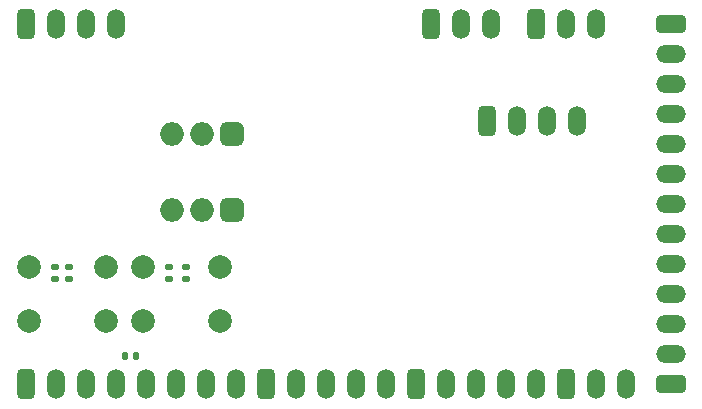
<source format=gbr>
G04 #@! TF.GenerationSoftware,KiCad,Pcbnew,(5.99.0-6506-gfdf6547f5f)*
G04 #@! TF.CreationDate,2020-10-25T23:45:09+03:00*
G04 #@! TF.ProjectId,DevBoard,44657642-6f61-4726-942e-6b696361645f,rev?*
G04 #@! TF.SameCoordinates,Original*
G04 #@! TF.FileFunction,Soldermask,Bot*
G04 #@! TF.FilePolarity,Negative*
%FSLAX46Y46*%
G04 Gerber Fmt 4.6, Leading zero omitted, Abs format (unit mm)*
G04 Created by KiCad (PCBNEW (5.99.0-6506-gfdf6547f5f)) date 2020-10-25 23:45:09*
%MOMM*%
%LPD*%
G01*
G04 APERTURE LIST*
G04 Aperture macros list*
%AMRoundRect*
0 Rectangle with rounded corners*
0 $1 Rounding radius*
0 $2 $3 $4 $5 $6 $7 $8 $9 X,Y pos of 4 corners*
0 Add a 4 corners polygon primitive as box body*
4,1,4,$2,$3,$4,$5,$6,$7,$8,$9,$2,$3,0*
0 Add four circle primitives for the rounded corners*
1,1,$1+$1,$2,$3,0*
1,1,$1+$1,$4,$5,0*
1,1,$1+$1,$6,$7,0*
1,1,$1+$1,$8,$9,0*
0 Add four rect primitives between the rounded corners*
20,1,$1+$1,$2,$3,$4,$5,0*
20,1,$1+$1,$4,$5,$6,$7,0*
20,1,$1+$1,$6,$7,$8,$9,0*
20,1,$1+$1,$8,$9,$2,$3,0*%
G04 Aperture macros list end*
%ADD10RoundRect,0.500000X0.500000X0.500000X-0.500000X0.500000X-0.500000X-0.500000X0.500000X-0.500000X0*%
%ADD11O,2.000000X2.000000*%
%ADD12RoundRect,0.375000X-0.375000X-0.895000X0.375000X-0.895000X0.375000X0.895000X-0.375000X0.895000X0*%
%ADD13O,1.500000X2.540000*%
%ADD14RoundRect,0.375000X-0.895000X0.375000X-0.895000X-0.375000X0.895000X-0.375000X0.895000X0.375000X0*%
%ADD15O,2.540000X1.500000*%
%ADD16RoundRect,0.375000X0.895000X-0.375000X0.895000X0.375000X-0.895000X0.375000X-0.895000X-0.375000X0*%
%ADD17C,2.000000*%
%ADD18RoundRect,0.147500X-0.172500X0.147500X-0.172500X-0.147500X0.172500X-0.147500X0.172500X0.147500X0*%
%ADD19RoundRect,0.147500X-0.147500X-0.172500X0.147500X-0.172500X0.147500X0.172500X-0.147500X0.172500X0*%
%ADD20RoundRect,0.147500X0.172500X-0.147500X0.172500X0.147500X-0.172500X0.147500X-0.172500X-0.147500X0*%
G04 APERTURE END LIST*
D10*
X58105800Y-85468700D03*
D11*
X55565800Y-85468700D03*
X53025800Y-85468700D03*
D10*
X58105800Y-91945700D03*
D11*
X55565800Y-91945700D03*
X53025800Y-91945700D03*
D12*
X40640000Y-76200000D03*
D13*
X43180000Y-76200000D03*
X45720000Y-76200000D03*
X48260000Y-76200000D03*
D12*
X40640000Y-106680000D03*
D13*
X43180000Y-106680000D03*
X45720000Y-106680000D03*
X48260000Y-106680000D03*
X50800000Y-106680000D03*
X53340000Y-106680000D03*
X55880000Y-106680000D03*
X58420000Y-106680000D03*
D14*
X95250000Y-76200000D03*
D15*
X95250000Y-78740000D03*
X95250000Y-81280000D03*
X95250000Y-83820000D03*
X95250000Y-86360000D03*
X95250000Y-88900000D03*
X95250000Y-91440000D03*
X95250000Y-93980000D03*
D12*
X73660000Y-106680000D03*
D13*
X76200000Y-106680000D03*
X78740000Y-106680000D03*
X81280000Y-106680000D03*
X83820000Y-106680000D03*
D12*
X60960000Y-106680000D03*
D13*
X63500000Y-106680000D03*
X66040000Y-106680000D03*
X68580000Y-106680000D03*
X71120000Y-106680000D03*
D16*
X95250000Y-106680000D03*
D15*
X95250000Y-104140000D03*
X95250000Y-101600000D03*
X95250000Y-99060000D03*
X95250000Y-96520000D03*
D12*
X79692500Y-84366100D03*
D13*
X82232500Y-84366100D03*
X84772500Y-84366100D03*
X87312500Y-84366100D03*
D12*
X74930000Y-76200000D03*
D13*
X77470000Y-76200000D03*
X80010000Y-76200000D03*
D12*
X86360000Y-106680000D03*
D13*
X88900000Y-106680000D03*
X91440000Y-106680000D03*
D12*
X83820000Y-76200000D03*
D13*
X86360000Y-76200000D03*
X88900000Y-76200000D03*
D17*
X40967520Y-101285040D03*
X47467520Y-101285040D03*
X40967520Y-96785040D03*
X47467520Y-96785040D03*
X57068720Y-101285040D03*
X50568720Y-101285040D03*
X50568720Y-96785040D03*
X57068720Y-96785040D03*
D18*
X43169840Y-96781760D03*
X43169840Y-97751760D03*
X52821840Y-96786840D03*
X52821840Y-97756840D03*
D19*
X49050080Y-104246680D03*
X50020080Y-104246680D03*
D20*
X44312840Y-97751760D03*
X44312840Y-96781760D03*
X54223920Y-97756840D03*
X54223920Y-96786840D03*
M02*

</source>
